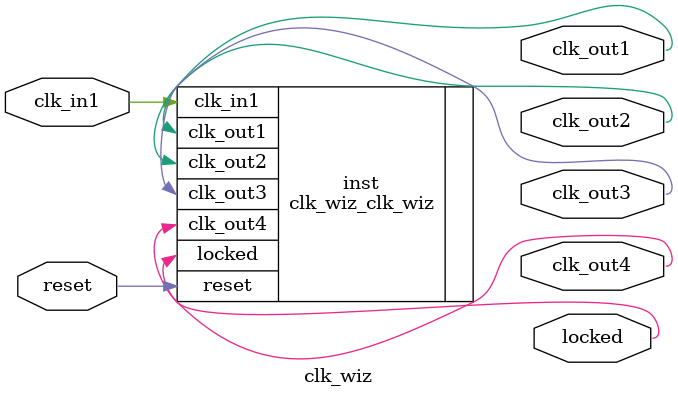
<source format=v>


`timescale 1ps/1ps

(* CORE_GENERATION_INFO = "clk_wiz,clk_wiz_v6_0_2_0_0,{component_name=clk_wiz,use_phase_alignment=true,use_min_o_jitter=false,use_max_i_jitter=false,use_dyn_phase_shift=false,use_inclk_switchover=false,use_dyn_reconfig=false,enable_axi=0,feedback_source=FDBK_AUTO,PRIMITIVE=PLL,num_out_clk=4,clkin1_period=20.000,clkin2_period=10.0,use_power_down=false,use_reset=true,use_locked=true,use_inclk_stopped=false,feedback_type=SINGLE,CLOCK_MGR_TYPE=NA,manual_override=false}" *)

module clk_wiz 
 (
  // Clock out ports
  output        clk_out1,
  output        clk_out2,
  output        clk_out3,
  output        clk_out4,
  // Status and control signals
  input         reset,
  output        locked,
 // Clock in ports
  input         clk_in1
 );

  clk_wiz_clk_wiz inst
  (
  // Clock out ports  
  .clk_out1(clk_out1),
  .clk_out2(clk_out2),
  .clk_out3(clk_out3),
  .clk_out4(clk_out4),
  // Status and control signals               
  .reset(reset), 
  .locked(locked),
 // Clock in ports
  .clk_in1(clk_in1)
  );

endmodule

</source>
